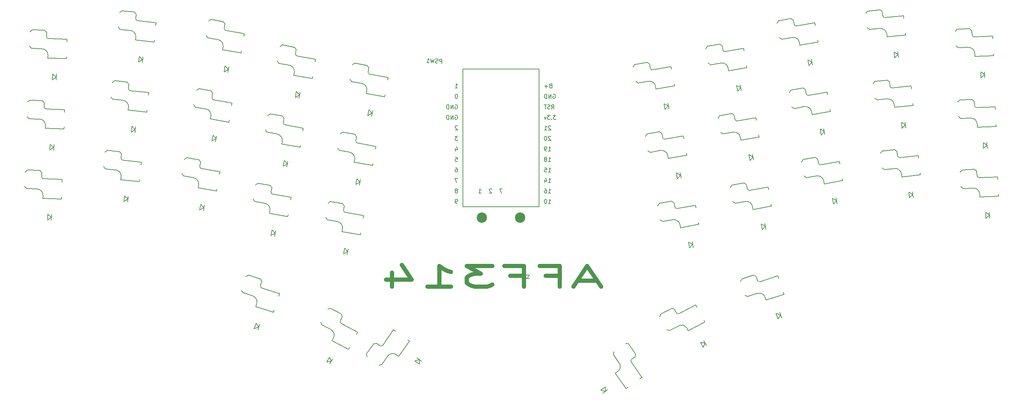
<source format=gbr>
%TF.GenerationSoftware,KiCad,Pcbnew,9.0.7*%
%TF.CreationDate,2026-02-25T20:28:23+01:00*%
%TF.ProjectId,AFF314KEEB,41464633-3134-44b4-9545-422e6b696361,rev?*%
%TF.SameCoordinates,Original*%
%TF.FileFunction,Legend,Bot*%
%TF.FilePolarity,Positive*%
%FSLAX46Y46*%
G04 Gerber Fmt 4.6, Leading zero omitted, Abs format (unit mm)*
G04 Created by KiCad (PCBNEW 9.0.7) date 2026-02-25 20:28:23*
%MOMM*%
%LPD*%
G01*
G04 APERTURE LIST*
%ADD10C,1.000000*%
%ADD11C,0.200000*%
%ADD12C,0.150000*%
%ADD13C,2.500000*%
G04 APERTURE END LIST*
D10*
X172887344Y-110637523D02*
X168125439Y-110637523D01*
X173839725Y-112066095D02*
X170506391Y-107066095D01*
X170506391Y-107066095D02*
X167173058Y-112066095D01*
X160506391Y-109447047D02*
X163839724Y-109447047D01*
X163839724Y-112066095D02*
X163839724Y-107066095D01*
X163839724Y-107066095D02*
X159077819Y-107066095D01*
X151934962Y-109447047D02*
X155268295Y-109447047D01*
X155268295Y-112066095D02*
X155268295Y-107066095D01*
X155268295Y-107066095D02*
X150506390Y-107066095D01*
X147649247Y-107066095D02*
X141458771Y-107066095D01*
X141458771Y-107066095D02*
X144792104Y-108970857D01*
X144792104Y-108970857D02*
X143363533Y-108970857D01*
X143363533Y-108970857D02*
X142411152Y-109208952D01*
X142411152Y-109208952D02*
X141934961Y-109447047D01*
X141934961Y-109447047D02*
X141458771Y-109923238D01*
X141458771Y-109923238D02*
X141458771Y-111113714D01*
X141458771Y-111113714D02*
X141934961Y-111589904D01*
X141934961Y-111589904D02*
X142411152Y-111828000D01*
X142411152Y-111828000D02*
X143363533Y-112066095D01*
X143363533Y-112066095D02*
X146220676Y-112066095D01*
X146220676Y-112066095D02*
X147173057Y-111828000D01*
X147173057Y-111828000D02*
X147649247Y-111589904D01*
X131934961Y-112066095D02*
X137649247Y-112066095D01*
X134792104Y-112066095D02*
X134792104Y-107066095D01*
X134792104Y-107066095D02*
X135744485Y-107780380D01*
X135744485Y-107780380D02*
X136696866Y-108256571D01*
X136696866Y-108256571D02*
X137649247Y-108494666D01*
X123363532Y-108732761D02*
X123363532Y-112066095D01*
X125744484Y-106828000D02*
X128125437Y-110399428D01*
X128125437Y-110399428D02*
X121934960Y-110399428D01*
D11*
X144316350Y-89436682D02*
X144887778Y-89436682D01*
X144602064Y-89436682D02*
X144602064Y-88436682D01*
X144602064Y-88436682D02*
X144697302Y-88579539D01*
X144697302Y-88579539D02*
X144792540Y-88674777D01*
X144792540Y-88674777D02*
X144887778Y-88722396D01*
X139009534Y-88865253D02*
X139104772Y-88817634D01*
X139104772Y-88817634D02*
X139152391Y-88770015D01*
X139152391Y-88770015D02*
X139200010Y-88674777D01*
X139200010Y-88674777D02*
X139200010Y-88627158D01*
X139200010Y-88627158D02*
X139152391Y-88531920D01*
X139152391Y-88531920D02*
X139104772Y-88484301D01*
X139104772Y-88484301D02*
X139009534Y-88436682D01*
X139009534Y-88436682D02*
X138819058Y-88436682D01*
X138819058Y-88436682D02*
X138723820Y-88484301D01*
X138723820Y-88484301D02*
X138676201Y-88531920D01*
X138676201Y-88531920D02*
X138628582Y-88627158D01*
X138628582Y-88627158D02*
X138628582Y-88674777D01*
X138628582Y-88674777D02*
X138676201Y-88770015D01*
X138676201Y-88770015D02*
X138723820Y-88817634D01*
X138723820Y-88817634D02*
X138819058Y-88865253D01*
X138819058Y-88865253D02*
X139009534Y-88865253D01*
X139009534Y-88865253D02*
X139104772Y-88912872D01*
X139104772Y-88912872D02*
X139152391Y-88960491D01*
X139152391Y-88960491D02*
X139200010Y-89055729D01*
X139200010Y-89055729D02*
X139200010Y-89246205D01*
X139200010Y-89246205D02*
X139152391Y-89341443D01*
X139152391Y-89341443D02*
X139104772Y-89389063D01*
X139104772Y-89389063D02*
X139009534Y-89436682D01*
X139009534Y-89436682D02*
X138819058Y-89436682D01*
X138819058Y-89436682D02*
X138723820Y-89389063D01*
X138723820Y-89389063D02*
X138676201Y-89341443D01*
X138676201Y-89341443D02*
X138628582Y-89246205D01*
X138628582Y-89246205D02*
X138628582Y-89055729D01*
X138628582Y-89055729D02*
X138676201Y-88960491D01*
X138676201Y-88960491D02*
X138723820Y-88912872D01*
X138723820Y-88912872D02*
X138819058Y-88865253D01*
X138961915Y-65576682D02*
X138866677Y-65576682D01*
X138866677Y-65576682D02*
X138771439Y-65624301D01*
X138771439Y-65624301D02*
X138723820Y-65671920D01*
X138723820Y-65671920D02*
X138676201Y-65767158D01*
X138676201Y-65767158D02*
X138628582Y-65957634D01*
X138628582Y-65957634D02*
X138628582Y-66195729D01*
X138628582Y-66195729D02*
X138676201Y-66386205D01*
X138676201Y-66386205D02*
X138723820Y-66481443D01*
X138723820Y-66481443D02*
X138771439Y-66529063D01*
X138771439Y-66529063D02*
X138866677Y-66576682D01*
X138866677Y-66576682D02*
X138961915Y-66576682D01*
X138961915Y-66576682D02*
X139057153Y-66529063D01*
X139057153Y-66529063D02*
X139104772Y-66481443D01*
X139104772Y-66481443D02*
X139152391Y-66386205D01*
X139152391Y-66386205D02*
X139200010Y-66195729D01*
X139200010Y-66195729D02*
X139200010Y-65957634D01*
X139200010Y-65957634D02*
X139152391Y-65767158D01*
X139152391Y-65767158D02*
X139104772Y-65671920D01*
X139104772Y-65671920D02*
X139057153Y-65624301D01*
X139057153Y-65624301D02*
X138961915Y-65576682D01*
X138676201Y-80816682D02*
X139152391Y-80816682D01*
X139152391Y-80816682D02*
X139200010Y-81292872D01*
X139200010Y-81292872D02*
X139152391Y-81245253D01*
X139152391Y-81245253D02*
X139057153Y-81197634D01*
X139057153Y-81197634D02*
X138819058Y-81197634D01*
X138819058Y-81197634D02*
X138723820Y-81245253D01*
X138723820Y-81245253D02*
X138676201Y-81292872D01*
X138676201Y-81292872D02*
X138628582Y-81388110D01*
X138628582Y-81388110D02*
X138628582Y-81626205D01*
X138628582Y-81626205D02*
X138676201Y-81721443D01*
X138676201Y-81721443D02*
X138723820Y-81769063D01*
X138723820Y-81769063D02*
X138819058Y-81816682D01*
X138819058Y-81816682D02*
X139057153Y-81816682D01*
X139057153Y-81816682D02*
X139152391Y-81769063D01*
X139152391Y-81769063D02*
X139200010Y-81721443D01*
X162259357Y-65624301D02*
X162354595Y-65576682D01*
X162354595Y-65576682D02*
X162497452Y-65576682D01*
X162497452Y-65576682D02*
X162640309Y-65624301D01*
X162640309Y-65624301D02*
X162735547Y-65719539D01*
X162735547Y-65719539D02*
X162783166Y-65814777D01*
X162783166Y-65814777D02*
X162830785Y-66005253D01*
X162830785Y-66005253D02*
X162830785Y-66148110D01*
X162830785Y-66148110D02*
X162783166Y-66338586D01*
X162783166Y-66338586D02*
X162735547Y-66433824D01*
X162735547Y-66433824D02*
X162640309Y-66529063D01*
X162640309Y-66529063D02*
X162497452Y-66576682D01*
X162497452Y-66576682D02*
X162402214Y-66576682D01*
X162402214Y-66576682D02*
X162259357Y-66529063D01*
X162259357Y-66529063D02*
X162211738Y-66481443D01*
X162211738Y-66481443D02*
X162211738Y-66148110D01*
X162211738Y-66148110D02*
X162402214Y-66148110D01*
X161783166Y-66576682D02*
X161783166Y-65576682D01*
X161783166Y-65576682D02*
X161211738Y-66576682D01*
X161211738Y-66576682D02*
X161211738Y-65576682D01*
X160735547Y-66576682D02*
X160735547Y-65576682D01*
X160735547Y-65576682D02*
X160497452Y-65576682D01*
X160497452Y-65576682D02*
X160354595Y-65624301D01*
X160354595Y-65624301D02*
X160259357Y-65719539D01*
X160259357Y-65719539D02*
X160211738Y-65814777D01*
X160211738Y-65814777D02*
X160164119Y-66005253D01*
X160164119Y-66005253D02*
X160164119Y-66148110D01*
X160164119Y-66148110D02*
X160211738Y-66338586D01*
X160211738Y-66338586D02*
X160259357Y-66433824D01*
X160259357Y-66433824D02*
X160354595Y-66529063D01*
X160354595Y-66529063D02*
X160497452Y-66576682D01*
X160497452Y-66576682D02*
X160735547Y-66576682D01*
X161116500Y-86896682D02*
X161687928Y-86896682D01*
X161402214Y-86896682D02*
X161402214Y-85896682D01*
X161402214Y-85896682D02*
X161497452Y-86039539D01*
X161497452Y-86039539D02*
X161592690Y-86134777D01*
X161592690Y-86134777D02*
X161687928Y-86182396D01*
X160259357Y-86230015D02*
X160259357Y-86896682D01*
X160497452Y-85849063D02*
X160735547Y-86563348D01*
X160735547Y-86563348D02*
X160116500Y-86563348D01*
X150015397Y-88436680D02*
X149348731Y-88436680D01*
X149348731Y-88436680D02*
X149777302Y-89436680D01*
X138628582Y-64036682D02*
X139200010Y-64036682D01*
X138914296Y-64036682D02*
X138914296Y-63036682D01*
X138914296Y-63036682D02*
X139009534Y-63179539D01*
X139009534Y-63179539D02*
X139104772Y-63274777D01*
X139104772Y-63274777D02*
X139200010Y-63322396D01*
X139247629Y-75736682D02*
X138628582Y-75736682D01*
X138628582Y-75736682D02*
X138961915Y-76117634D01*
X138961915Y-76117634D02*
X138819058Y-76117634D01*
X138819058Y-76117634D02*
X138723820Y-76165253D01*
X138723820Y-76165253D02*
X138676201Y-76212872D01*
X138676201Y-76212872D02*
X138628582Y-76308110D01*
X138628582Y-76308110D02*
X138628582Y-76546205D01*
X138628582Y-76546205D02*
X138676201Y-76641443D01*
X138676201Y-76641443D02*
X138723820Y-76689063D01*
X138723820Y-76689063D02*
X138819058Y-76736682D01*
X138819058Y-76736682D02*
X139104772Y-76736682D01*
X139104772Y-76736682D02*
X139200010Y-76689063D01*
X139200010Y-76689063D02*
X139247629Y-76641443D01*
X139247629Y-85896682D02*
X138580963Y-85896682D01*
X138580963Y-85896682D02*
X139009534Y-86896682D01*
X138723820Y-78610015D02*
X138723820Y-79276682D01*
X138961915Y-78229063D02*
X139200010Y-78943348D01*
X139200010Y-78943348D02*
X138580963Y-78943348D01*
X139200010Y-73291920D02*
X139152391Y-73244301D01*
X139152391Y-73244301D02*
X139057153Y-73196682D01*
X139057153Y-73196682D02*
X138819058Y-73196682D01*
X138819058Y-73196682D02*
X138723820Y-73244301D01*
X138723820Y-73244301D02*
X138676201Y-73291920D01*
X138676201Y-73291920D02*
X138628582Y-73387158D01*
X138628582Y-73387158D02*
X138628582Y-73482396D01*
X138628582Y-73482396D02*
X138676201Y-73625253D01*
X138676201Y-73625253D02*
X139247629Y-74196682D01*
X139247629Y-74196682D02*
X138628582Y-74196682D01*
X147427778Y-88531920D02*
X147380159Y-88484301D01*
X147380159Y-88484301D02*
X147284921Y-88436682D01*
X147284921Y-88436682D02*
X147046826Y-88436682D01*
X147046826Y-88436682D02*
X146951588Y-88484301D01*
X146951588Y-88484301D02*
X146903969Y-88531920D01*
X146903969Y-88531920D02*
X146856350Y-88627158D01*
X146856350Y-88627158D02*
X146856350Y-88722396D01*
X146856350Y-88722396D02*
X146903969Y-88865253D01*
X146903969Y-88865253D02*
X147475397Y-89436682D01*
X147475397Y-89436682D02*
X146856350Y-89436682D01*
X161878405Y-69116682D02*
X162211738Y-68640491D01*
X162449833Y-69116682D02*
X162449833Y-68116682D01*
X162449833Y-68116682D02*
X162068881Y-68116682D01*
X162068881Y-68116682D02*
X161973643Y-68164301D01*
X161973643Y-68164301D02*
X161926024Y-68211920D01*
X161926024Y-68211920D02*
X161878405Y-68307158D01*
X161878405Y-68307158D02*
X161878405Y-68450015D01*
X161878405Y-68450015D02*
X161926024Y-68545253D01*
X161926024Y-68545253D02*
X161973643Y-68592872D01*
X161973643Y-68592872D02*
X162068881Y-68640491D01*
X162068881Y-68640491D02*
X162449833Y-68640491D01*
X161497452Y-69069063D02*
X161354595Y-69116682D01*
X161354595Y-69116682D02*
X161116500Y-69116682D01*
X161116500Y-69116682D02*
X161021262Y-69069063D01*
X161021262Y-69069063D02*
X160973643Y-69021443D01*
X160973643Y-69021443D02*
X160926024Y-68926205D01*
X160926024Y-68926205D02*
X160926024Y-68830967D01*
X160926024Y-68830967D02*
X160973643Y-68735729D01*
X160973643Y-68735729D02*
X161021262Y-68688110D01*
X161021262Y-68688110D02*
X161116500Y-68640491D01*
X161116500Y-68640491D02*
X161306976Y-68592872D01*
X161306976Y-68592872D02*
X161402214Y-68545253D01*
X161402214Y-68545253D02*
X161449833Y-68497634D01*
X161449833Y-68497634D02*
X161497452Y-68402396D01*
X161497452Y-68402396D02*
X161497452Y-68307158D01*
X161497452Y-68307158D02*
X161449833Y-68211920D01*
X161449833Y-68211920D02*
X161402214Y-68164301D01*
X161402214Y-68164301D02*
X161306976Y-68116682D01*
X161306976Y-68116682D02*
X161068881Y-68116682D01*
X161068881Y-68116682D02*
X160926024Y-68164301D01*
X160640309Y-68116682D02*
X160068881Y-68116682D01*
X160354595Y-69116682D02*
X160354595Y-68116682D01*
X138628582Y-70704301D02*
X138723820Y-70656682D01*
X138723820Y-70656682D02*
X138866677Y-70656682D01*
X138866677Y-70656682D02*
X139009534Y-70704301D01*
X139009534Y-70704301D02*
X139104772Y-70799539D01*
X139104772Y-70799539D02*
X139152391Y-70894777D01*
X139152391Y-70894777D02*
X139200010Y-71085253D01*
X139200010Y-71085253D02*
X139200010Y-71228110D01*
X139200010Y-71228110D02*
X139152391Y-71418586D01*
X139152391Y-71418586D02*
X139104772Y-71513824D01*
X139104772Y-71513824D02*
X139009534Y-71609063D01*
X139009534Y-71609063D02*
X138866677Y-71656682D01*
X138866677Y-71656682D02*
X138771439Y-71656682D01*
X138771439Y-71656682D02*
X138628582Y-71609063D01*
X138628582Y-71609063D02*
X138580963Y-71561443D01*
X138580963Y-71561443D02*
X138580963Y-71228110D01*
X138580963Y-71228110D02*
X138771439Y-71228110D01*
X138152391Y-71656682D02*
X138152391Y-70656682D01*
X138152391Y-70656682D02*
X137580963Y-71656682D01*
X137580963Y-71656682D02*
X137580963Y-70656682D01*
X137104772Y-71656682D02*
X137104772Y-70656682D01*
X137104772Y-70656682D02*
X136866677Y-70656682D01*
X136866677Y-70656682D02*
X136723820Y-70704301D01*
X136723820Y-70704301D02*
X136628582Y-70799539D01*
X136628582Y-70799539D02*
X136580963Y-70894777D01*
X136580963Y-70894777D02*
X136533344Y-71085253D01*
X136533344Y-71085253D02*
X136533344Y-71228110D01*
X136533344Y-71228110D02*
X136580963Y-71418586D01*
X136580963Y-71418586D02*
X136628582Y-71513824D01*
X136628582Y-71513824D02*
X136723820Y-71609063D01*
X136723820Y-71609063D02*
X136866677Y-71656682D01*
X136866677Y-71656682D02*
X137104772Y-71656682D01*
X161116500Y-79276682D02*
X161687928Y-79276682D01*
X161402214Y-79276682D02*
X161402214Y-78276682D01*
X161402214Y-78276682D02*
X161497452Y-78419539D01*
X161497452Y-78419539D02*
X161592690Y-78514777D01*
X161592690Y-78514777D02*
X161687928Y-78562396D01*
X160640309Y-79276682D02*
X160449833Y-79276682D01*
X160449833Y-79276682D02*
X160354595Y-79229063D01*
X160354595Y-79229063D02*
X160306976Y-79181443D01*
X160306976Y-79181443D02*
X160211738Y-79038586D01*
X160211738Y-79038586D02*
X160164119Y-78848110D01*
X160164119Y-78848110D02*
X160164119Y-78467158D01*
X160164119Y-78467158D02*
X160211738Y-78371920D01*
X160211738Y-78371920D02*
X160259357Y-78324301D01*
X160259357Y-78324301D02*
X160354595Y-78276682D01*
X160354595Y-78276682D02*
X160545071Y-78276682D01*
X160545071Y-78276682D02*
X160640309Y-78324301D01*
X160640309Y-78324301D02*
X160687928Y-78371920D01*
X160687928Y-78371920D02*
X160735547Y-78467158D01*
X160735547Y-78467158D02*
X160735547Y-78705253D01*
X160735547Y-78705253D02*
X160687928Y-78800491D01*
X160687928Y-78800491D02*
X160640309Y-78848110D01*
X160640309Y-78848110D02*
X160545071Y-78895729D01*
X160545071Y-78895729D02*
X160354595Y-78895729D01*
X160354595Y-78895729D02*
X160259357Y-78848110D01*
X160259357Y-78848110D02*
X160211738Y-78800491D01*
X160211738Y-78800491D02*
X160164119Y-78705253D01*
X161640309Y-63512872D02*
X161497452Y-63560491D01*
X161497452Y-63560491D02*
X161449833Y-63608110D01*
X161449833Y-63608110D02*
X161402214Y-63703348D01*
X161402214Y-63703348D02*
X161402214Y-63846205D01*
X161402214Y-63846205D02*
X161449833Y-63941443D01*
X161449833Y-63941443D02*
X161497452Y-63989063D01*
X161497452Y-63989063D02*
X161592690Y-64036682D01*
X161592690Y-64036682D02*
X161973642Y-64036682D01*
X161973642Y-64036682D02*
X161973642Y-63036682D01*
X161973642Y-63036682D02*
X161640309Y-63036682D01*
X161640309Y-63036682D02*
X161545071Y-63084301D01*
X161545071Y-63084301D02*
X161497452Y-63131920D01*
X161497452Y-63131920D02*
X161449833Y-63227158D01*
X161449833Y-63227158D02*
X161449833Y-63322396D01*
X161449833Y-63322396D02*
X161497452Y-63417634D01*
X161497452Y-63417634D02*
X161545071Y-63465253D01*
X161545071Y-63465253D02*
X161640309Y-63512872D01*
X161640309Y-63512872D02*
X161973642Y-63512872D01*
X160973642Y-63655729D02*
X160211738Y-63655729D01*
X160592690Y-64036682D02*
X160592690Y-63274777D01*
X161116500Y-84356682D02*
X161687928Y-84356682D01*
X161402214Y-84356682D02*
X161402214Y-83356682D01*
X161402214Y-83356682D02*
X161497452Y-83499539D01*
X161497452Y-83499539D02*
X161592690Y-83594777D01*
X161592690Y-83594777D02*
X161687928Y-83642396D01*
X160211738Y-83356682D02*
X160687928Y-83356682D01*
X160687928Y-83356682D02*
X160735547Y-83832872D01*
X160735547Y-83832872D02*
X160687928Y-83785253D01*
X160687928Y-83785253D02*
X160592690Y-83737634D01*
X160592690Y-83737634D02*
X160354595Y-83737634D01*
X160354595Y-83737634D02*
X160259357Y-83785253D01*
X160259357Y-83785253D02*
X160211738Y-83832872D01*
X160211738Y-83832872D02*
X160164119Y-83928110D01*
X160164119Y-83928110D02*
X160164119Y-84166205D01*
X160164119Y-84166205D02*
X160211738Y-84261443D01*
X160211738Y-84261443D02*
X160259357Y-84309063D01*
X160259357Y-84309063D02*
X160354595Y-84356682D01*
X160354595Y-84356682D02*
X160592690Y-84356682D01*
X160592690Y-84356682D02*
X160687928Y-84309063D01*
X160687928Y-84309063D02*
X160735547Y-84261443D01*
X138723820Y-83356682D02*
X138914296Y-83356682D01*
X138914296Y-83356682D02*
X139009534Y-83404301D01*
X139009534Y-83404301D02*
X139057153Y-83451920D01*
X139057153Y-83451920D02*
X139152391Y-83594777D01*
X139152391Y-83594777D02*
X139200010Y-83785253D01*
X139200010Y-83785253D02*
X139200010Y-84166205D01*
X139200010Y-84166205D02*
X139152391Y-84261443D01*
X139152391Y-84261443D02*
X139104772Y-84309063D01*
X139104772Y-84309063D02*
X139009534Y-84356682D01*
X139009534Y-84356682D02*
X138819058Y-84356682D01*
X138819058Y-84356682D02*
X138723820Y-84309063D01*
X138723820Y-84309063D02*
X138676201Y-84261443D01*
X138676201Y-84261443D02*
X138628582Y-84166205D01*
X138628582Y-84166205D02*
X138628582Y-83928110D01*
X138628582Y-83928110D02*
X138676201Y-83832872D01*
X138676201Y-83832872D02*
X138723820Y-83785253D01*
X138723820Y-83785253D02*
X138819058Y-83737634D01*
X138819058Y-83737634D02*
X139009534Y-83737634D01*
X139009534Y-83737634D02*
X139104772Y-83785253D01*
X139104772Y-83785253D02*
X139152391Y-83832872D01*
X139152391Y-83832872D02*
X139200010Y-83928110D01*
X161116500Y-81816682D02*
X161687928Y-81816682D01*
X161402214Y-81816682D02*
X161402214Y-80816682D01*
X161402214Y-80816682D02*
X161497452Y-80959539D01*
X161497452Y-80959539D02*
X161592690Y-81054777D01*
X161592690Y-81054777D02*
X161687928Y-81102396D01*
X160545071Y-81245253D02*
X160640309Y-81197634D01*
X160640309Y-81197634D02*
X160687928Y-81150015D01*
X160687928Y-81150015D02*
X160735547Y-81054777D01*
X160735547Y-81054777D02*
X160735547Y-81007158D01*
X160735547Y-81007158D02*
X160687928Y-80911920D01*
X160687928Y-80911920D02*
X160640309Y-80864301D01*
X160640309Y-80864301D02*
X160545071Y-80816682D01*
X160545071Y-80816682D02*
X160354595Y-80816682D01*
X160354595Y-80816682D02*
X160259357Y-80864301D01*
X160259357Y-80864301D02*
X160211738Y-80911920D01*
X160211738Y-80911920D02*
X160164119Y-81007158D01*
X160164119Y-81007158D02*
X160164119Y-81054777D01*
X160164119Y-81054777D02*
X160211738Y-81150015D01*
X160211738Y-81150015D02*
X160259357Y-81197634D01*
X160259357Y-81197634D02*
X160354595Y-81245253D01*
X160354595Y-81245253D02*
X160545071Y-81245253D01*
X160545071Y-81245253D02*
X160640309Y-81292872D01*
X160640309Y-81292872D02*
X160687928Y-81340491D01*
X160687928Y-81340491D02*
X160735547Y-81435729D01*
X160735547Y-81435729D02*
X160735547Y-81626205D01*
X160735547Y-81626205D02*
X160687928Y-81721443D01*
X160687928Y-81721443D02*
X160640309Y-81769063D01*
X160640309Y-81769063D02*
X160545071Y-81816682D01*
X160545071Y-81816682D02*
X160354595Y-81816682D01*
X160354595Y-81816682D02*
X160259357Y-81769063D01*
X160259357Y-81769063D02*
X160211738Y-81721443D01*
X160211738Y-81721443D02*
X160164119Y-81626205D01*
X160164119Y-81626205D02*
X160164119Y-81435729D01*
X160164119Y-81435729D02*
X160211738Y-81340491D01*
X160211738Y-81340491D02*
X160259357Y-81292872D01*
X160259357Y-81292872D02*
X160354595Y-81245253D01*
X161116500Y-91976682D02*
X161687928Y-91976682D01*
X161402214Y-91976682D02*
X161402214Y-90976682D01*
X161402214Y-90976682D02*
X161497452Y-91119539D01*
X161497452Y-91119539D02*
X161592690Y-91214777D01*
X161592690Y-91214777D02*
X161687928Y-91262396D01*
X160497452Y-90976682D02*
X160402214Y-90976682D01*
X160402214Y-90976682D02*
X160306976Y-91024301D01*
X160306976Y-91024301D02*
X160259357Y-91071920D01*
X160259357Y-91071920D02*
X160211738Y-91167158D01*
X160211738Y-91167158D02*
X160164119Y-91357634D01*
X160164119Y-91357634D02*
X160164119Y-91595729D01*
X160164119Y-91595729D02*
X160211738Y-91786205D01*
X160211738Y-91786205D02*
X160259357Y-91881443D01*
X160259357Y-91881443D02*
X160306976Y-91929063D01*
X160306976Y-91929063D02*
X160402214Y-91976682D01*
X160402214Y-91976682D02*
X160497452Y-91976682D01*
X160497452Y-91976682D02*
X160592690Y-91929063D01*
X160592690Y-91929063D02*
X160640309Y-91881443D01*
X160640309Y-91881443D02*
X160687928Y-91786205D01*
X160687928Y-91786205D02*
X160735547Y-91595729D01*
X160735547Y-91595729D02*
X160735547Y-91357634D01*
X160735547Y-91357634D02*
X160687928Y-91167158D01*
X160687928Y-91167158D02*
X160640309Y-91071920D01*
X160640309Y-91071920D02*
X160592690Y-91024301D01*
X160592690Y-91024301D02*
X160497452Y-90976682D01*
X161116500Y-89436682D02*
X161687928Y-89436682D01*
X161402214Y-89436682D02*
X161402214Y-88436682D01*
X161402214Y-88436682D02*
X161497452Y-88579539D01*
X161497452Y-88579539D02*
X161592690Y-88674777D01*
X161592690Y-88674777D02*
X161687928Y-88722396D01*
X160259357Y-88436682D02*
X160449833Y-88436682D01*
X160449833Y-88436682D02*
X160545071Y-88484301D01*
X160545071Y-88484301D02*
X160592690Y-88531920D01*
X160592690Y-88531920D02*
X160687928Y-88674777D01*
X160687928Y-88674777D02*
X160735547Y-88865253D01*
X160735547Y-88865253D02*
X160735547Y-89246205D01*
X160735547Y-89246205D02*
X160687928Y-89341443D01*
X160687928Y-89341443D02*
X160640309Y-89389063D01*
X160640309Y-89389063D02*
X160545071Y-89436682D01*
X160545071Y-89436682D02*
X160354595Y-89436682D01*
X160354595Y-89436682D02*
X160259357Y-89389063D01*
X160259357Y-89389063D02*
X160211738Y-89341443D01*
X160211738Y-89341443D02*
X160164119Y-89246205D01*
X160164119Y-89246205D02*
X160164119Y-89008110D01*
X160164119Y-89008110D02*
X160211738Y-88912872D01*
X160211738Y-88912872D02*
X160259357Y-88865253D01*
X160259357Y-88865253D02*
X160354595Y-88817634D01*
X160354595Y-88817634D02*
X160545071Y-88817634D01*
X160545071Y-88817634D02*
X160640309Y-88865253D01*
X160640309Y-88865253D02*
X160687928Y-88912872D01*
X160687928Y-88912872D02*
X160735547Y-89008110D01*
X138628582Y-68164301D02*
X138723820Y-68116682D01*
X138723820Y-68116682D02*
X138866677Y-68116682D01*
X138866677Y-68116682D02*
X139009534Y-68164301D01*
X139009534Y-68164301D02*
X139104772Y-68259539D01*
X139104772Y-68259539D02*
X139152391Y-68354777D01*
X139152391Y-68354777D02*
X139200010Y-68545253D01*
X139200010Y-68545253D02*
X139200010Y-68688110D01*
X139200010Y-68688110D02*
X139152391Y-68878586D01*
X139152391Y-68878586D02*
X139104772Y-68973824D01*
X139104772Y-68973824D02*
X139009534Y-69069063D01*
X139009534Y-69069063D02*
X138866677Y-69116682D01*
X138866677Y-69116682D02*
X138771439Y-69116682D01*
X138771439Y-69116682D02*
X138628582Y-69069063D01*
X138628582Y-69069063D02*
X138580963Y-69021443D01*
X138580963Y-69021443D02*
X138580963Y-68688110D01*
X138580963Y-68688110D02*
X138771439Y-68688110D01*
X138152391Y-69116682D02*
X138152391Y-68116682D01*
X138152391Y-68116682D02*
X137580963Y-69116682D01*
X137580963Y-69116682D02*
X137580963Y-68116682D01*
X137104772Y-69116682D02*
X137104772Y-68116682D01*
X137104772Y-68116682D02*
X136866677Y-68116682D01*
X136866677Y-68116682D02*
X136723820Y-68164301D01*
X136723820Y-68164301D02*
X136628582Y-68259539D01*
X136628582Y-68259539D02*
X136580963Y-68354777D01*
X136580963Y-68354777D02*
X136533344Y-68545253D01*
X136533344Y-68545253D02*
X136533344Y-68688110D01*
X136533344Y-68688110D02*
X136580963Y-68878586D01*
X136580963Y-68878586D02*
X136628582Y-68973824D01*
X136628582Y-68973824D02*
X136723820Y-69069063D01*
X136723820Y-69069063D02*
X136866677Y-69116682D01*
X136866677Y-69116682D02*
X137104772Y-69116682D01*
X139104772Y-91976682D02*
X138914296Y-91976682D01*
X138914296Y-91976682D02*
X138819058Y-91929063D01*
X138819058Y-91929063D02*
X138771439Y-91881443D01*
X138771439Y-91881443D02*
X138676201Y-91738586D01*
X138676201Y-91738586D02*
X138628582Y-91548110D01*
X138628582Y-91548110D02*
X138628582Y-91167158D01*
X138628582Y-91167158D02*
X138676201Y-91071920D01*
X138676201Y-91071920D02*
X138723820Y-91024301D01*
X138723820Y-91024301D02*
X138819058Y-90976682D01*
X138819058Y-90976682D02*
X139009534Y-90976682D01*
X139009534Y-90976682D02*
X139104772Y-91024301D01*
X139104772Y-91024301D02*
X139152391Y-91071920D01*
X139152391Y-91071920D02*
X139200010Y-91167158D01*
X139200010Y-91167158D02*
X139200010Y-91405253D01*
X139200010Y-91405253D02*
X139152391Y-91500491D01*
X139152391Y-91500491D02*
X139104772Y-91548110D01*
X139104772Y-91548110D02*
X139009534Y-91595729D01*
X139009534Y-91595729D02*
X138819058Y-91595729D01*
X138819058Y-91595729D02*
X138723820Y-91548110D01*
X138723820Y-91548110D02*
X138676201Y-91500491D01*
X138676201Y-91500491D02*
X138628582Y-91405253D01*
X161687928Y-75831920D02*
X161640309Y-75784301D01*
X161640309Y-75784301D02*
X161545071Y-75736682D01*
X161545071Y-75736682D02*
X161306976Y-75736682D01*
X161306976Y-75736682D02*
X161211738Y-75784301D01*
X161211738Y-75784301D02*
X161164119Y-75831920D01*
X161164119Y-75831920D02*
X161116500Y-75927158D01*
X161116500Y-75927158D02*
X161116500Y-76022396D01*
X161116500Y-76022396D02*
X161164119Y-76165253D01*
X161164119Y-76165253D02*
X161735547Y-76736682D01*
X161735547Y-76736682D02*
X161116500Y-76736682D01*
X160497452Y-75736682D02*
X160402214Y-75736682D01*
X160402214Y-75736682D02*
X160306976Y-75784301D01*
X160306976Y-75784301D02*
X160259357Y-75831920D01*
X160259357Y-75831920D02*
X160211738Y-75927158D01*
X160211738Y-75927158D02*
X160164119Y-76117634D01*
X160164119Y-76117634D02*
X160164119Y-76355729D01*
X160164119Y-76355729D02*
X160211738Y-76546205D01*
X160211738Y-76546205D02*
X160259357Y-76641443D01*
X160259357Y-76641443D02*
X160306976Y-76689063D01*
X160306976Y-76689063D02*
X160402214Y-76736682D01*
X160402214Y-76736682D02*
X160497452Y-76736682D01*
X160497452Y-76736682D02*
X160592690Y-76689063D01*
X160592690Y-76689063D02*
X160640309Y-76641443D01*
X160640309Y-76641443D02*
X160687928Y-76546205D01*
X160687928Y-76546205D02*
X160735547Y-76355729D01*
X160735547Y-76355729D02*
X160735547Y-76117634D01*
X160735547Y-76117634D02*
X160687928Y-75927158D01*
X160687928Y-75927158D02*
X160640309Y-75831920D01*
X160640309Y-75831920D02*
X160592690Y-75784301D01*
X160592690Y-75784301D02*
X160497452Y-75736682D01*
X161687928Y-73291920D02*
X161640309Y-73244301D01*
X161640309Y-73244301D02*
X161545071Y-73196682D01*
X161545071Y-73196682D02*
X161306976Y-73196682D01*
X161306976Y-73196682D02*
X161211738Y-73244301D01*
X161211738Y-73244301D02*
X161164119Y-73291920D01*
X161164119Y-73291920D02*
X161116500Y-73387158D01*
X161116500Y-73387158D02*
X161116500Y-73482396D01*
X161116500Y-73482396D02*
X161164119Y-73625253D01*
X161164119Y-73625253D02*
X161735547Y-74196682D01*
X161735547Y-74196682D02*
X161116500Y-74196682D01*
X160164119Y-74196682D02*
X160735547Y-74196682D01*
X160449833Y-74196682D02*
X160449833Y-73196682D01*
X160449833Y-73196682D02*
X160545071Y-73339539D01*
X160545071Y-73339539D02*
X160640309Y-73434777D01*
X160640309Y-73434777D02*
X160735547Y-73482396D01*
X162973642Y-70656682D02*
X162354595Y-70656682D01*
X162354595Y-70656682D02*
X162687928Y-71037634D01*
X162687928Y-71037634D02*
X162545071Y-71037634D01*
X162545071Y-71037634D02*
X162449833Y-71085253D01*
X162449833Y-71085253D02*
X162402214Y-71132872D01*
X162402214Y-71132872D02*
X162354595Y-71228110D01*
X162354595Y-71228110D02*
X162354595Y-71466205D01*
X162354595Y-71466205D02*
X162402214Y-71561443D01*
X162402214Y-71561443D02*
X162449833Y-71609063D01*
X162449833Y-71609063D02*
X162545071Y-71656682D01*
X162545071Y-71656682D02*
X162830785Y-71656682D01*
X162830785Y-71656682D02*
X162926023Y-71609063D01*
X162926023Y-71609063D02*
X162973642Y-71561443D01*
X161926023Y-71561443D02*
X161878404Y-71609063D01*
X161878404Y-71609063D02*
X161926023Y-71656682D01*
X161926023Y-71656682D02*
X161973642Y-71609063D01*
X161973642Y-71609063D02*
X161926023Y-71561443D01*
X161926023Y-71561443D02*
X161926023Y-71656682D01*
X161545071Y-70656682D02*
X160926024Y-70656682D01*
X160926024Y-70656682D02*
X161259357Y-71037634D01*
X161259357Y-71037634D02*
X161116500Y-71037634D01*
X161116500Y-71037634D02*
X161021262Y-71085253D01*
X161021262Y-71085253D02*
X160973643Y-71132872D01*
X160973643Y-71132872D02*
X160926024Y-71228110D01*
X160926024Y-71228110D02*
X160926024Y-71466205D01*
X160926024Y-71466205D02*
X160973643Y-71561443D01*
X160973643Y-71561443D02*
X161021262Y-71609063D01*
X161021262Y-71609063D02*
X161116500Y-71656682D01*
X161116500Y-71656682D02*
X161402214Y-71656682D01*
X161402214Y-71656682D02*
X161497452Y-71609063D01*
X161497452Y-71609063D02*
X161545071Y-71561443D01*
X160592690Y-70990015D02*
X160354595Y-71656682D01*
X160354595Y-71656682D02*
X160116500Y-70990015D01*
D12*
X135392397Y-58117331D02*
X135444733Y-57118702D01*
X135444733Y-57118702D02*
X135064302Y-57098764D01*
X135064302Y-57098764D02*
X134966703Y-57141334D01*
X134966703Y-57141334D02*
X134916657Y-57186395D01*
X134916657Y-57186395D02*
X134864118Y-57279011D01*
X134864118Y-57279011D02*
X134856642Y-57421672D01*
X134856642Y-57421672D02*
X134899211Y-57519272D01*
X134899211Y-57519272D02*
X134944273Y-57569318D01*
X134944273Y-57569318D02*
X135036888Y-57621856D01*
X135036888Y-57621856D02*
X135417318Y-57641793D01*
X134443813Y-58019934D02*
X134298660Y-58060011D01*
X134298660Y-58060011D02*
X134060891Y-58047550D01*
X134060891Y-58047550D02*
X133968275Y-57995012D01*
X133968275Y-57995012D02*
X133923214Y-57944966D01*
X133923214Y-57944966D02*
X133880644Y-57847366D01*
X133880644Y-57847366D02*
X133885629Y-57752259D01*
X133885629Y-57752259D02*
X133938167Y-57659643D01*
X133938167Y-57659643D02*
X133988213Y-57614582D01*
X133988213Y-57614582D02*
X134085812Y-57572012D01*
X134085812Y-57572012D02*
X134278520Y-57534427D01*
X134278520Y-57534427D02*
X134376120Y-57491858D01*
X134376120Y-57491858D02*
X134426166Y-57446796D01*
X134426166Y-57446796D02*
X134478704Y-57354181D01*
X134478704Y-57354181D02*
X134483688Y-57259073D01*
X134483688Y-57259073D02*
X134441119Y-57161473D01*
X134441119Y-57161473D02*
X134396057Y-57111427D01*
X134396057Y-57111427D02*
X134303442Y-57058889D01*
X134303442Y-57058889D02*
X134065673Y-57046428D01*
X134065673Y-57046428D02*
X133920519Y-57086505D01*
X133590135Y-57021506D02*
X133300030Y-58007675D01*
X133300030Y-58007675D02*
X133147198Y-57284399D01*
X133147198Y-57284399D02*
X132919600Y-57987737D01*
X132919600Y-57987737D02*
X132734167Y-56976647D01*
X131778309Y-57927925D02*
X132348954Y-57957831D01*
X132063632Y-57942878D02*
X132115968Y-56944249D01*
X132115968Y-56944249D02*
X132203599Y-57091894D01*
X132203599Y-57091894D02*
X132293722Y-57191986D01*
X132293722Y-57191986D02*
X132386337Y-57244524D01*
D11*
%TO.C,U1*%
X158832065Y-59494463D02*
X158832065Y-92794463D01*
X140532065Y-59494463D02*
X158832065Y-59494463D01*
X140532065Y-59494463D02*
X140532065Y-92794463D01*
X140532065Y-92794463D02*
X158832065Y-92794463D01*
D12*
%TO.C,SWL4*%
X100521311Y-56363205D02*
G75*
G02*
X100115731Y-55783977I86824J492404D01*
G01*
X98609979Y-58564752D02*
G75*
G02*
X99826719Y-60302436I-260472J-1477212D01*
G01*
X104952946Y-57144622D02*
X100521311Y-56363205D01*
X104848757Y-57735507D02*
X104952946Y-57144622D01*
X104136802Y-61773219D02*
X104223624Y-61280815D01*
X100115731Y-55783977D02*
X100289379Y-54799170D01*
X99883800Y-54219942D02*
X100289379Y-54799170D01*
X99826718Y-60302436D02*
X99705165Y-60991802D01*
X99705165Y-60991802D02*
X104136802Y-61773219D01*
X96929376Y-53698997D02*
X99883800Y-54219942D01*
X96350148Y-54104577D02*
X96929376Y-53698997D01*
X96147960Y-58130632D02*
X98609979Y-58564752D01*
X95742380Y-57551404D02*
X96147960Y-58130632D01*
%TO.C,SWL2*%
X62011132Y-47831121D02*
G75*
G02*
X61566135Y-47281596I52264J497261D01*
G01*
X60258028Y-50160633D02*
G75*
G02*
X61593019Y-51809209I-156792J-1491783D01*
G01*
X66486481Y-48301498D02*
X62011132Y-47831121D01*
X66423764Y-48898213D02*
X66486481Y-48301498D01*
X65995197Y-52975752D02*
X66047461Y-52478491D01*
X61593018Y-51809209D02*
X61519848Y-52505374D01*
X61566135Y-47281596D02*
X61670664Y-46287074D01*
X61519848Y-52505374D02*
X65995197Y-52975752D01*
X61225667Y-45737549D02*
X61670664Y-46287074D01*
X58242102Y-45423964D02*
X61225667Y-45737549D01*
X57771723Y-49899312D02*
X60258028Y-50160633D01*
X57692576Y-45868960D02*
X58242102Y-45423964D01*
X57326727Y-49349787D02*
X57771723Y-49899312D01*
%TO.C,SWL26*%
X219232700Y-65179676D02*
X219638279Y-64600448D01*
X219638279Y-64600448D02*
X222592703Y-64079503D01*
X219840468Y-68626503D02*
X220419696Y-69032083D01*
X220419696Y-69032083D02*
X222881715Y-68597962D01*
X222592703Y-64079503D02*
X223171931Y-64485083D01*
X223345579Y-65469891D02*
X223171931Y-64485083D01*
X224619399Y-69814701D02*
X224740953Y-70504067D01*
X224740953Y-70504067D02*
X229172588Y-69722650D01*
X228356442Y-65094054D02*
X223924807Y-65875470D01*
X228460630Y-65684938D02*
X228356442Y-65094054D01*
X229172588Y-69722650D02*
X229085764Y-69230246D01*
X222881715Y-68597962D02*
G75*
G02*
X224619400Y-69814701I260473J-1477212D01*
G01*
X223924807Y-65875470D02*
G75*
G02*
X223345580Y-65469891I-86824J492403D01*
G01*
%TO.C,SWL35*%
X188010615Y-119404959D02*
X188217353Y-118728749D01*
X188217353Y-118728749D02*
X190866196Y-117320334D01*
X189653765Y-122495275D02*
X190329975Y-122702013D01*
X190329975Y-122702013D02*
X192537344Y-121528334D01*
X190866196Y-117320334D02*
X191542405Y-117527072D01*
X192011877Y-118410020D02*
X191542405Y-117527072D01*
X194565973Y-122148548D02*
X194894603Y-122766612D01*
X194894603Y-122766612D02*
X198867867Y-120653990D01*
X196661350Y-116504136D02*
X192688086Y-118616758D01*
X196943033Y-117033905D02*
X196661350Y-116504136D01*
X198867867Y-120653990D02*
X198633131Y-120212516D01*
X192537344Y-121528334D02*
G75*
G02*
X194565973Y-122148548I704207J-1324422D01*
G01*
X192688086Y-118616758D02*
G75*
G02*
X192011877Y-118410020I-234735J441474D01*
G01*
%TO.C,SWL31*%
X222184719Y-81921408D02*
X222590298Y-81342180D01*
X222590298Y-81342180D02*
X225544722Y-80821235D01*
X222792487Y-85368235D02*
X223371715Y-85773815D01*
X223371715Y-85773815D02*
X225833734Y-85339694D01*
X225544722Y-80821235D02*
X226123950Y-81226815D01*
X226297598Y-82211623D02*
X226123950Y-81226815D01*
X227571418Y-86556433D02*
X227692972Y-87245799D01*
X227692972Y-87245799D02*
X232124607Y-86464382D01*
X231308461Y-81835786D02*
X226876826Y-82617202D01*
X231412649Y-82426670D02*
X231308461Y-81835786D01*
X232124607Y-86464382D02*
X232037783Y-85971978D01*
X225833734Y-85339694D02*
G75*
G02*
X227571419Y-86556433I260473J-1477212D01*
G01*
X226876826Y-82617202D02*
G75*
G02*
X226297599Y-82211623I-86824J492403D01*
G01*
%TO.C,SWL10*%
X110308523Y-78600572D02*
X110714103Y-79179800D01*
X110714103Y-79179800D02*
X113176122Y-79613920D01*
X110916291Y-75153745D02*
X111495519Y-74748165D01*
X111495519Y-74748165D02*
X114449943Y-75269110D01*
X114271308Y-82040970D02*
X118702945Y-82822387D01*
X114392861Y-81351604D02*
X114271308Y-82040970D01*
X114449943Y-75269110D02*
X114855522Y-75848338D01*
X114681874Y-76833145D02*
X114855522Y-75848338D01*
X118702945Y-82822387D02*
X118789767Y-82329983D01*
X119414900Y-78784675D02*
X119519089Y-78193790D01*
X119519089Y-78193790D02*
X115087454Y-77412373D01*
X113176122Y-79613920D02*
G75*
G02*
X114392862Y-81351604I-260472J-1477212D01*
G01*
X115087454Y-77412373D02*
G75*
G02*
X114681874Y-76833145I86824J492404D01*
G01*
%TO.C,SWL36*%
X207452441Y-110837754D02*
X207773461Y-110207717D01*
X207773461Y-110207717D02*
X210626630Y-109280666D01*
X208534001Y-114166452D02*
X209164037Y-114487471D01*
X209164037Y-114487471D02*
X211541679Y-113714929D01*
X210626630Y-109280666D02*
X211256667Y-109601686D01*
X211565684Y-110552742D02*
X211256667Y-109601686D01*
X213431789Y-114677988D02*
X213648101Y-115343728D01*
X213648101Y-115343728D02*
X217927855Y-113953151D01*
X216475475Y-109483186D02*
X212195721Y-110873762D01*
X216660884Y-110053820D02*
X216475475Y-109483186D01*
X217927855Y-113953151D02*
X217773347Y-113477623D01*
X211541679Y-113714929D02*
G75*
G02*
X213431789Y-114677988I463525J-1426585D01*
G01*
X212195721Y-110873762D02*
G75*
G02*
X211565684Y-110552742I-154509J475528D01*
G01*
%TO.C,SWL23*%
X259298869Y-50390938D02*
X259781115Y-49873792D01*
X259421017Y-53888806D02*
X259938163Y-54371051D01*
X259781115Y-49873792D02*
X262779287Y-49769094D01*
X259938163Y-54371051D02*
X262436640Y-54283802D01*
X262779287Y-49769094D02*
X263296433Y-50251340D01*
X263331332Y-51250730D02*
X263296433Y-50251340D01*
X263988075Y-55730539D02*
X264012505Y-56430113D01*
X264012505Y-56430113D02*
X268509764Y-56273065D01*
X268345736Y-51575928D02*
X263848477Y-51732976D01*
X268366676Y-52175563D02*
X268345736Y-51575928D01*
X268509764Y-56273065D02*
X268492314Y-55773370D01*
X262436640Y-54283802D02*
G75*
G02*
X263988076Y-55730539I52349J-1499087D01*
G01*
X263848477Y-51732976D02*
G75*
G02*
X263331332Y-51250730I-17450J499695D01*
G01*
%TO.C,SWL1*%
X35960294Y-53994648D02*
X36442540Y-54511793D01*
X36082442Y-50496780D02*
X36599588Y-50014534D01*
X36442540Y-54511793D02*
X38941017Y-54599041D01*
X36599588Y-50014534D02*
X39597760Y-50119232D01*
X39597760Y-50119232D02*
X40080006Y-50636378D01*
X40045106Y-51635768D02*
X40080006Y-50636378D01*
X40363324Y-56850053D02*
X44860583Y-57007098D01*
X40387754Y-56150477D02*
X40363324Y-56850053D01*
X44860583Y-57007098D02*
X44878033Y-56507403D01*
X45003671Y-52909596D02*
X45024611Y-52309961D01*
X45024611Y-52309961D02*
X40527352Y-52152914D01*
X38941017Y-54599041D02*
G75*
G02*
X40387755Y-56150477I-52349J-1499087D01*
G01*
X40527352Y-52152914D02*
G75*
G02*
X40045106Y-51635768I17450J499696D01*
G01*
%TO.C,SWL3*%
X78554150Y-51372832D02*
X78959730Y-51952060D01*
X78959730Y-51952060D02*
X81421749Y-52386180D01*
X79161918Y-47926005D02*
X79741146Y-47520425D01*
X79741146Y-47520425D02*
X82695570Y-48041370D01*
X82516935Y-54813230D02*
X86948572Y-55594647D01*
X82638488Y-54123864D02*
X82516935Y-54813230D01*
X82695570Y-48041370D02*
X83101149Y-48620598D01*
X82927501Y-49605405D02*
X83101149Y-48620598D01*
X86948572Y-55594647D02*
X87035394Y-55102243D01*
X87660527Y-51556935D02*
X87764716Y-50966050D01*
X87764716Y-50966050D02*
X83333081Y-50184633D01*
X81421749Y-52386180D02*
G75*
G02*
X82638489Y-54123864I-260472J-1477212D01*
G01*
X83333081Y-50184633D02*
G75*
G02*
X82927501Y-49605405I86824J492404D01*
G01*
%TO.C,SWL27*%
X239495183Y-63061333D02*
X239940180Y-62511808D01*
X239861033Y-66542160D02*
X240410558Y-66987157D01*
X239940180Y-62511808D02*
X242923745Y-62198223D01*
X240410558Y-66987157D02*
X242896863Y-66725840D01*
X242923745Y-62198223D02*
X243473271Y-62643219D01*
X243577799Y-63637741D02*
X243473271Y-62643219D01*
X244545438Y-68060826D02*
X244618608Y-68756991D01*
X244618608Y-68756991D02*
X249093957Y-68286613D01*
X248602673Y-63612360D02*
X244127324Y-64082738D01*
X248665390Y-64209073D02*
X248602673Y-63612360D01*
X249093957Y-68286613D02*
X249041692Y-67789352D01*
X242896863Y-66725840D02*
G75*
G02*
X244545438Y-68060826I156798J-1491776D01*
G01*
X244127324Y-64082738D02*
G75*
G02*
X243577799Y-63637741I-52264J497261D01*
G01*
%TO.C,SWL21*%
X216280681Y-48437944D02*
X216686260Y-47858716D01*
X216686260Y-47858716D02*
X219640684Y-47337771D01*
X216888449Y-51884771D02*
X217467677Y-52290351D01*
X217467677Y-52290351D02*
X219929696Y-51856230D01*
X219640684Y-47337771D02*
X220219912Y-47743351D01*
X220393560Y-48728159D02*
X220219912Y-47743351D01*
X221667380Y-53072969D02*
X221788934Y-53762335D01*
X221788934Y-53762335D02*
X226220569Y-52980918D01*
X225404423Y-48352322D02*
X220972788Y-49133738D01*
X225508611Y-48943206D02*
X225404423Y-48352322D01*
X226220569Y-52980918D02*
X226133745Y-52488514D01*
X219929696Y-51856230D02*
G75*
G02*
X221667381Y-53072969I260473J-1477212D01*
G01*
X220972788Y-49133738D02*
G75*
G02*
X220393561Y-48728159I-86824J492403D01*
G01*
%TO.C,SWL28*%
X259895652Y-67480520D02*
X260377898Y-66963374D01*
X260017800Y-70978388D02*
X260534946Y-71460633D01*
X260377898Y-66963374D02*
X263376070Y-66858676D01*
X260534946Y-71460633D02*
X263033423Y-71373384D01*
X263376070Y-66858676D02*
X263893216Y-67340922D01*
X263928115Y-68340312D02*
X263893216Y-67340922D01*
X264584858Y-72820121D02*
X264609288Y-73519695D01*
X264609288Y-73519695D02*
X269106547Y-73362647D01*
X268942519Y-68665510D02*
X264445260Y-68822558D01*
X268963459Y-69265145D02*
X268942519Y-68665510D01*
X269106547Y-73362647D02*
X269089097Y-72862952D01*
X263033423Y-71373384D02*
G75*
G02*
X264584859Y-72820121I52349J-1499087D01*
G01*
X264445260Y-68822558D02*
G75*
G02*
X263928115Y-68340312I-17450J499695D01*
G01*
%TO.C,SWL7*%
X55549743Y-66256659D02*
X55994739Y-66806184D01*
X55915592Y-62775832D02*
X56465118Y-62330836D01*
X55994739Y-66806184D02*
X58481044Y-67067505D01*
X56465118Y-62330836D02*
X59448683Y-62644421D01*
X59448683Y-62644421D02*
X59893680Y-63193946D01*
X59742864Y-69412246D02*
X64218213Y-69882624D01*
X59789151Y-64188468D02*
X59893680Y-63193946D01*
X59816034Y-68716081D02*
X59742864Y-69412246D01*
X64218213Y-69882624D02*
X64270477Y-69385363D01*
X64646780Y-65805085D02*
X64709497Y-65208370D01*
X64709497Y-65208370D02*
X60234148Y-64737993D01*
X58481044Y-67067505D02*
G75*
G02*
X59816035Y-68716081I-156792J-1491783D01*
G01*
X60234148Y-64737993D02*
G75*
G02*
X59789151Y-64188468I52264J497261D01*
G01*
%TO.C,SWL25*%
X202044470Y-71358247D02*
X202450049Y-70779019D01*
X202450049Y-70779019D02*
X205404473Y-70258074D01*
X202652238Y-74805074D02*
X203231466Y-75210654D01*
X203231466Y-75210654D02*
X205693485Y-74776533D01*
X205404473Y-70258074D02*
X205983701Y-70663654D01*
X206157349Y-71648462D02*
X205983701Y-70663654D01*
X207431169Y-75993272D02*
X207552723Y-76682638D01*
X207552723Y-76682638D02*
X211984358Y-75901221D01*
X211168212Y-71272625D02*
X206736577Y-72054041D01*
X211272400Y-71863509D02*
X211168212Y-71272625D01*
X211984358Y-75901221D02*
X211897534Y-75408817D01*
X205693485Y-74776533D02*
G75*
G02*
X207431170Y-75993272I260473J-1477212D01*
G01*
X206736577Y-72054041D02*
G75*
G02*
X206157350Y-71648462I-86824J492403D01*
G01*
%TO.C,SWL20*%
X199092451Y-54616516D02*
X199498030Y-54037288D01*
X199498030Y-54037288D02*
X202452454Y-53516343D01*
X199700219Y-58063343D02*
X200279447Y-58468923D01*
X200279447Y-58468923D02*
X202741466Y-58034802D01*
X202452454Y-53516343D02*
X203031682Y-53921923D01*
X203205330Y-54906731D02*
X203031682Y-53921923D01*
X204479150Y-59251541D02*
X204600704Y-59940907D01*
X204600704Y-59940907D02*
X209032339Y-59159490D01*
X208216193Y-54530894D02*
X203784558Y-55312310D01*
X208320381Y-55121778D02*
X208216193Y-54530894D01*
X209032339Y-59159490D02*
X208945515Y-58667086D01*
X202741466Y-58034802D02*
G75*
G02*
X204479151Y-59251541I260473J-1477212D01*
G01*
X203784558Y-55312310D02*
G75*
G02*
X203205331Y-54906731I-86824J492403D01*
G01*
%TO.C,SWL24*%
X184543673Y-75764165D02*
X184949252Y-75184937D01*
X184949252Y-75184937D02*
X187903676Y-74663992D01*
X185151441Y-79210992D02*
X185730669Y-79616572D01*
X185730669Y-79616572D02*
X188192688Y-79182451D01*
X187903676Y-74663992D02*
X188482904Y-75069572D01*
X188656552Y-76054380D02*
X188482904Y-75069572D01*
X189930372Y-80399190D02*
X190051926Y-81088556D01*
X190051926Y-81088556D02*
X194483561Y-80307139D01*
X193667415Y-75678543D02*
X189235780Y-76459959D01*
X193771603Y-76269427D02*
X193667415Y-75678543D01*
X194483561Y-80307139D02*
X194396737Y-79814735D01*
X188192688Y-79182451D02*
G75*
G02*
X189930373Y-80399190I260473J-1477212D01*
G01*
X189235780Y-76459959D02*
G75*
G02*
X188656553Y-76054380I-86824J492403D01*
G01*
%TO.C,SWL19*%
X181591654Y-59022433D02*
X181997233Y-58443205D01*
X181997233Y-58443205D02*
X184951657Y-57922260D01*
X182199422Y-62469260D02*
X182778650Y-62874840D01*
X182778650Y-62874840D02*
X185240669Y-62440719D01*
X184951657Y-57922260D02*
X185530885Y-58327840D01*
X185704533Y-59312648D02*
X185530885Y-58327840D01*
X186978353Y-63657458D02*
X187099907Y-64346824D01*
X187099907Y-64346824D02*
X191531542Y-63565407D01*
X190715396Y-58936811D02*
X186283761Y-59718227D01*
X190819584Y-59527695D02*
X190715396Y-58936811D01*
X191531542Y-63565407D02*
X191444718Y-63073003D01*
X185240669Y-62440719D02*
G75*
G02*
X186978354Y-63657458I260473J-1477212D01*
G01*
X186283761Y-59718227D02*
G75*
G02*
X185704534Y-59312648I-86824J492403D01*
G01*
%TO.C,SWL18*%
X117235862Y-128340077D02*
X118956592Y-125882620D01*
X117358650Y-129036440D02*
X117235862Y-128340077D01*
X118956592Y-125882620D02*
X119652956Y-125759833D01*
X120225683Y-131043958D02*
X120922048Y-130921171D01*
X120472108Y-126333407D02*
X119652956Y-125759833D01*
X120922048Y-130921171D02*
X122355987Y-128873291D01*
X123749567Y-122524437D02*
X121168472Y-126210621D01*
X124241057Y-122868582D02*
X123749567Y-122524437D01*
X124445080Y-128504928D02*
X125018486Y-128906431D01*
X125018486Y-128906431D02*
X127599581Y-125220247D01*
X127599581Y-125220247D02*
X127190005Y-124933458D01*
X121168472Y-126210621D02*
G75*
G02*
X120472107Y-126333408I-409576J286788D01*
G01*
X122355987Y-128873291D02*
G75*
G02*
X124445081Y-128504927I1228729J-860364D01*
G01*
%TO.C,SWL14*%
X89855707Y-90936387D02*
X90261287Y-91515615D01*
X90261287Y-91515615D02*
X92723306Y-91949735D01*
X90463475Y-87489560D02*
X91042703Y-87083980D01*
X91042703Y-87083980D02*
X93997127Y-87604925D01*
X93818492Y-94376785D02*
X98250129Y-95158202D01*
X93940045Y-93687419D02*
X93818492Y-94376785D01*
X93997127Y-87604925D02*
X94402706Y-88184153D01*
X94229058Y-89168960D02*
X94402706Y-88184153D01*
X98250129Y-95158202D02*
X98336951Y-94665798D01*
X98962084Y-91120490D02*
X99066273Y-90529605D01*
X99066273Y-90529605D02*
X94634638Y-89748188D01*
X92723306Y-91949735D02*
G75*
G02*
X93940046Y-93687419I-260472J-1477212D01*
G01*
X94634638Y-89748188D02*
G75*
G02*
X94229058Y-89168960I86824J492404D01*
G01*
%TO.C,SWL5*%
X113243177Y-61957321D02*
X113648757Y-62536549D01*
X113648757Y-62536549D02*
X116110776Y-62970669D01*
X113850945Y-58510494D02*
X114430173Y-58104914D01*
X114430173Y-58104914D02*
X117384597Y-58625859D01*
X117205962Y-65397719D02*
X121637599Y-66179136D01*
X117327515Y-64708353D02*
X117205962Y-65397719D01*
X117384597Y-58625859D02*
X117790176Y-59205087D01*
X117616528Y-60189894D02*
X117790176Y-59205087D01*
X121637599Y-66179136D02*
X121724421Y-65686732D01*
X122349554Y-62141424D02*
X122453743Y-61550539D01*
X122453743Y-61550539D02*
X118022108Y-60769122D01*
X116110776Y-62970669D02*
G75*
G02*
X117327516Y-64708353I-260472J-1477212D01*
G01*
X118022108Y-60769122D02*
G75*
G02*
X117616528Y-60189894I86824J492404D01*
G01*
%TO.C,SWL22*%
X237707746Y-46055008D02*
X238152743Y-45505483D01*
X238073596Y-49535835D02*
X238623121Y-49980832D01*
X238152743Y-45505483D02*
X241136308Y-45191898D01*
X238623121Y-49980832D02*
X241109426Y-49719515D01*
X241136308Y-45191898D02*
X241685834Y-45636894D01*
X241790362Y-46631416D02*
X241685834Y-45636894D01*
X242758001Y-51054501D02*
X242831171Y-51750666D01*
X242831171Y-51750666D02*
X247306520Y-51280288D01*
X246815236Y-46606035D02*
X242339887Y-47076413D01*
X246877953Y-47202748D02*
X246815236Y-46606035D01*
X247306520Y-51280288D02*
X247254255Y-50783027D01*
X241109426Y-49719515D02*
G75*
G02*
X242758001Y-51054501I156798J-1491776D01*
G01*
X242339887Y-47076413D02*
G75*
G02*
X241790362Y-46631416I-52264J497261D01*
G01*
%TO.C,SWL30*%
X204996489Y-88099979D02*
X205402068Y-87520751D01*
X205402068Y-87520751D02*
X208356492Y-86999806D01*
X205604257Y-91546806D02*
X206183485Y-91952386D01*
X206183485Y-91952386D02*
X208645504Y-91518265D01*
X208356492Y-86999806D02*
X208935720Y-87405386D01*
X209109368Y-88390194D02*
X208935720Y-87405386D01*
X210383188Y-92735004D02*
X210504742Y-93424370D01*
X210504742Y-93424370D02*
X214936377Y-92642953D01*
X214120231Y-88014357D02*
X209688596Y-88795773D01*
X214224419Y-88605241D02*
X214120231Y-88014357D01*
X214936377Y-92642953D02*
X214849553Y-92150549D01*
X208645504Y-91518265D02*
G75*
G02*
X210383189Y-92735004I260473J-1477212D01*
G01*
X209688596Y-88795773D02*
G75*
G02*
X209109369Y-88390194I-86824J492403D01*
G01*
%TO.C,SWL29*%
X187495692Y-92505897D02*
X187901271Y-91926669D01*
X187901271Y-91926669D02*
X190855695Y-91405724D01*
X188103460Y-95952724D02*
X188682688Y-96358304D01*
X188682688Y-96358304D02*
X191144707Y-95924183D01*
X190855695Y-91405724D02*
X191434923Y-91811304D01*
X191608571Y-92796112D02*
X191434923Y-91811304D01*
X192882391Y-97140922D02*
X193003945Y-97830288D01*
X193003945Y-97830288D02*
X197435580Y-97048871D01*
X196619434Y-92420275D02*
X192187799Y-93201691D01*
X196723622Y-93011159D02*
X196619434Y-92420275D01*
X197435580Y-97048871D02*
X197348756Y-96556467D01*
X191144707Y-95924183D02*
G75*
G02*
X192882392Y-97140922I260473J-1477212D01*
G01*
X192187799Y-93201691D02*
G75*
G02*
X191608572Y-92796112I-86824J492403D01*
G01*
%TO.C,SWL13*%
X72667477Y-84757815D02*
X73073057Y-85337043D01*
X73073057Y-85337043D02*
X75535076Y-85771163D01*
X73275245Y-81310988D02*
X73854473Y-80905408D01*
X73854473Y-80905408D02*
X76808897Y-81426353D01*
X76630262Y-88198213D02*
X81061899Y-88979630D01*
X76751815Y-87508847D02*
X76630262Y-88198213D01*
X76808897Y-81426353D02*
X77214476Y-82005581D01*
X77040828Y-82990388D02*
X77214476Y-82005581D01*
X81061899Y-88979630D02*
X81148721Y-88487226D01*
X81773854Y-84941918D02*
X81878043Y-84351033D01*
X81878043Y-84351033D02*
X77446408Y-83569616D01*
X75535076Y-85771163D02*
G75*
G02*
X76751816Y-87508847I-260472J-1477212D01*
G01*
X77446408Y-83569616D02*
G75*
G02*
X77040828Y-82990388I86824J492404D01*
G01*
%TO.C,SWL12*%
X53783211Y-83064080D02*
X54228207Y-83613605D01*
X54149060Y-79583253D02*
X54698586Y-79138257D01*
X54228207Y-83613605D02*
X56714512Y-83874926D01*
X54698586Y-79138257D02*
X57682151Y-79451842D01*
X57682151Y-79451842D02*
X58127148Y-80001367D01*
X57976332Y-86219667D02*
X62451681Y-86690045D01*
X58022619Y-80995889D02*
X58127148Y-80001367D01*
X58049502Y-85523502D02*
X57976332Y-86219667D01*
X62451681Y-86690045D02*
X62503945Y-86192784D01*
X62880248Y-82612506D02*
X62942965Y-82015791D01*
X62942965Y-82015791D02*
X58467616Y-81545414D01*
X56714512Y-83874926D02*
G75*
G02*
X58049503Y-85523502I-156792J-1491783D01*
G01*
X58467616Y-81545414D02*
G75*
G02*
X58022619Y-80995889I52264J497261D01*
G01*
%TO.C,SWL9*%
X92807726Y-74194655D02*
X93213306Y-74773883D01*
X93213306Y-74773883D02*
X95675325Y-75208003D01*
X93415494Y-70747828D02*
X93994722Y-70342248D01*
X93994722Y-70342248D02*
X96949146Y-70863193D01*
X96770511Y-77635053D02*
X101202148Y-78416470D01*
X96892064Y-76945687D02*
X96770511Y-77635053D01*
X96949146Y-70863193D02*
X97354725Y-71442421D01*
X97181077Y-72427228D02*
X97354725Y-71442421D01*
X101202148Y-78416470D02*
X101288970Y-77924066D01*
X101914103Y-74378758D02*
X102018292Y-73787873D01*
X102018292Y-73787873D02*
X97586657Y-73006456D01*
X95675325Y-75208003D02*
G75*
G02*
X96892065Y-76945687I-260472J-1477212D01*
G01*
X97586657Y-73006456D02*
G75*
G02*
X97181077Y-72427228I86824J492404D01*
G01*
%TO.C,SWL8*%
X75602131Y-68114564D02*
X76007711Y-68693792D01*
X76007711Y-68693792D02*
X78469730Y-69127912D01*
X76209899Y-64667737D02*
X76789127Y-64262157D01*
X76789127Y-64262157D02*
X79743551Y-64783102D01*
X79564916Y-71554962D02*
X83996553Y-72336379D01*
X79686469Y-70865596D02*
X79564916Y-71554962D01*
X79743551Y-64783102D02*
X80149130Y-65362330D01*
X79975482Y-66347137D02*
X80149130Y-65362330D01*
X83996553Y-72336379D02*
X84083375Y-71843975D01*
X84708508Y-68298667D02*
X84812697Y-67707782D01*
X84812697Y-67707782D02*
X80381062Y-66926365D01*
X78469730Y-69127912D02*
G75*
G02*
X79686470Y-70865596I-260472J-1477212D01*
G01*
X80381062Y-66926365D02*
G75*
G02*
X79975482Y-66347137I86824J492404D01*
G01*
%TO.C,SWL11*%
X34777200Y-87873996D02*
X35259446Y-88391141D01*
X34899348Y-84376128D02*
X35416494Y-83893882D01*
X35259446Y-88391141D02*
X37757923Y-88478389D01*
X35416494Y-83893882D02*
X38414666Y-83998580D01*
X38414666Y-83998580D02*
X38896912Y-84515726D01*
X38862012Y-85515116D02*
X38896912Y-84515726D01*
X39180230Y-90729401D02*
X43677489Y-90886446D01*
X39204660Y-90029825D02*
X39180230Y-90729401D01*
X43677489Y-90886446D02*
X43694939Y-90386751D01*
X43820577Y-86788944D02*
X43841517Y-86189309D01*
X43841517Y-86189309D02*
X39344258Y-86032262D01*
X37757923Y-88478389D02*
G75*
G02*
X39204661Y-90029825I-52349J-1499087D01*
G01*
X39344258Y-86032262D02*
G75*
G02*
X38862012Y-85515116I17450J499696D01*
G01*
%TO.C,SWL34*%
X176780604Y-128476461D02*
X178214545Y-130524341D01*
X176903392Y-127780097D02*
X176780604Y-128476461D01*
X177272775Y-133014937D02*
X179853869Y-136701122D01*
X177846182Y-132613434D02*
X177272775Y-133014937D01*
X179770424Y-125772580D02*
X180466788Y-125895367D01*
X179853869Y-136701122D02*
X180263445Y-136414333D01*
X180466788Y-125895367D02*
X182187518Y-128352824D01*
X181245578Y-129622764D02*
X182064730Y-129049187D01*
X182187518Y-128352824D02*
X182064730Y-129049187D01*
X183212392Y-134349457D02*
X183703884Y-134005312D01*
X183703884Y-134005312D02*
X181122790Y-130319128D01*
X178214545Y-130524341D02*
G75*
G02*
X177846182Y-132613434I-1228728J-860365D01*
G01*
X181122790Y-130319128D02*
G75*
G02*
X181245578Y-129622764I409576J286788D01*
G01*
%TO.C,SWL6*%
X35367002Y-70984291D02*
X35849248Y-71501436D01*
X35489150Y-67486423D02*
X36006296Y-67004177D01*
X35849248Y-71501436D02*
X38347725Y-71588684D01*
X36006296Y-67004177D02*
X39004468Y-67108875D01*
X39004468Y-67108875D02*
X39486714Y-67626021D01*
X39451814Y-68625411D02*
X39486714Y-67626021D01*
X39770032Y-73839696D02*
X44267291Y-73996741D01*
X39794462Y-73140120D02*
X39770032Y-73839696D01*
X44267291Y-73996741D02*
X44284741Y-73497046D01*
X44410379Y-69899239D02*
X44431319Y-69299604D01*
X44431319Y-69299604D02*
X39934060Y-69142557D01*
X38347725Y-71588684D02*
G75*
G02*
X39794463Y-73140120I-52349J-1499087D01*
G01*
X39934060Y-69142557D02*
G75*
G02*
X39451814Y-68625411I17450J499696D01*
G01*
%TO.C,SWL16*%
X87084859Y-112918737D02*
X87405879Y-113548773D01*
X87405879Y-113548773D02*
X89783520Y-114321316D01*
X88166419Y-109590039D02*
X88796456Y-109269019D01*
X88796456Y-109269019D02*
X91649625Y-110196070D01*
X90530268Y-116877166D02*
X94810022Y-118267742D01*
X90746580Y-116211426D02*
X90530268Y-116877166D01*
X91649625Y-110196070D02*
X91970645Y-110826107D01*
X91661628Y-111777163D02*
X91970645Y-110826107D01*
X94810022Y-118267742D02*
X94964531Y-117792214D01*
X96076992Y-114368410D02*
X96262402Y-113797777D01*
X96262402Y-113797777D02*
X91982648Y-112407200D01*
X89783520Y-114321316D02*
G75*
G02*
X90746580Y-116211426I-463525J-1426585D01*
G01*
X91982648Y-112407200D02*
G75*
G02*
X91661628Y-111777163I154508J475528D01*
G01*
%TO.C,SWL33*%
X260485453Y-84370225D02*
X260967699Y-83853079D01*
X260607601Y-87868093D02*
X261124747Y-88350338D01*
X260967699Y-83853079D02*
X263965871Y-83748381D01*
X261124747Y-88350338D02*
X263623224Y-88263089D01*
X263965871Y-83748381D02*
X264483017Y-84230627D01*
X264517916Y-85230017D02*
X264483017Y-84230627D01*
X265174659Y-89709826D02*
X265199089Y-90409400D01*
X265199089Y-90409400D02*
X269696348Y-90252352D01*
X269532320Y-85555215D02*
X265035061Y-85712263D01*
X269553260Y-86154850D02*
X269532320Y-85555215D01*
X269696348Y-90252352D02*
X269678898Y-89752657D01*
X263623224Y-88263089D02*
G75*
G02*
X265174660Y-89709826I52349J-1499087D01*
G01*
X265035061Y-85712263D02*
G75*
G02*
X264517916Y-85230017I-17450J499695D01*
G01*
%TO.C,SWL15*%
X107356504Y-95342304D02*
X107762084Y-95921532D01*
X107762084Y-95921532D02*
X110224103Y-96355652D01*
X107964272Y-91895477D02*
X108543500Y-91489897D01*
X108543500Y-91489897D02*
X111497924Y-92010842D01*
X111319289Y-98782702D02*
X115750926Y-99564119D01*
X111440842Y-98093336D02*
X111319289Y-98782702D01*
X111497924Y-92010842D02*
X111903503Y-92590070D01*
X111729855Y-93574877D02*
X111903503Y-92590070D01*
X115750926Y-99564119D02*
X115837748Y-99071715D01*
X116462881Y-95526407D02*
X116567070Y-94935522D01*
X116567070Y-94935522D02*
X112135435Y-94154105D01*
X110224103Y-96355652D02*
G75*
G02*
X111440843Y-98093336I-260472J-1477212D01*
G01*
X112135435Y-94154105D02*
G75*
G02*
X111729855Y-93574877I86824J492404D01*
G01*
%TO.C,SWL17*%
X106237825Y-120604643D02*
X106444563Y-121280853D01*
X106444563Y-121280853D02*
X108651931Y-122454531D01*
X107880976Y-117514326D02*
X108557185Y-117307588D01*
X108557185Y-117307588D02*
X111206028Y-118716003D01*
X108943516Y-125101224D02*
X112916780Y-127213846D01*
X109272146Y-124483160D02*
X108943516Y-125101224D01*
X110943295Y-120275160D02*
X111412766Y-119392213D01*
X111206028Y-118716003D02*
X111412766Y-119392213D01*
X112916780Y-127213846D02*
X113151516Y-126772372D01*
X114841614Y-123593760D02*
X115123297Y-123063992D01*
X115123297Y-123063992D02*
X111150033Y-120951370D01*
X108651931Y-122454531D02*
G75*
G02*
X109272146Y-124483160I-704206J-1324422D01*
G01*
X111150033Y-120951370D02*
G75*
G02*
X110943295Y-120275160I234735J441474D01*
G01*
%TO.C,SWL32*%
X241261714Y-79868753D02*
X241706711Y-79319228D01*
X241627564Y-83349580D02*
X242177089Y-83794577D01*
X241706711Y-79319228D02*
X244690276Y-79005643D01*
X242177089Y-83794577D02*
X244663394Y-83533260D01*
X244690276Y-79005643D02*
X245239802Y-79450639D01*
X245344330Y-80445161D02*
X245239802Y-79450639D01*
X246311969Y-84868246D02*
X246385139Y-85564411D01*
X246385139Y-85564411D02*
X250860488Y-85094033D01*
X250369204Y-80419780D02*
X245893855Y-80890158D01*
X250431921Y-81016493D02*
X250369204Y-80419780D01*
X250860488Y-85094033D02*
X250808223Y-84596772D01*
X244663394Y-83533260D02*
G75*
G02*
X246311969Y-84868246I156798J-1491776D01*
G01*
X245893855Y-80890158D02*
G75*
G02*
X245344330Y-80445161I-52264J497261D01*
G01*
%TO.C,DL3*%
X82894214Y-60159973D02*
X83902095Y-59626891D01*
X83137322Y-58781242D02*
X82894214Y-60159973D01*
X83902095Y-59626891D02*
X83137322Y-58781242D01*
X84023649Y-58937526D02*
X83780541Y-60316258D01*
%TO.C,DL34*%
X173758836Y-137062433D02*
X174848460Y-137398163D01*
X174848460Y-137398163D02*
X174905647Y-136259425D01*
X174905647Y-136259425D02*
X173758836Y-137062433D01*
X175421866Y-136996663D02*
X174275053Y-137799668D01*
%TO.C,DL22*%
X244521258Y-55393964D02*
X244667599Y-56786294D01*
X244667599Y-56786294D02*
X245489498Y-55996053D01*
X245416328Y-55299886D02*
X245562668Y-56692218D01*
X245489498Y-55996053D02*
X244521258Y-55393964D01*
%TO.C,DL21*%
X223729047Y-57278863D02*
X223972156Y-58657594D01*
X223972156Y-58657594D02*
X224736928Y-57811944D01*
X224615374Y-57122577D02*
X224858482Y-58501309D01*
X224736928Y-57811944D02*
X223729047Y-57278863D01*
%TO.C,DL23*%
X265444332Y-60182428D02*
X265493193Y-61581574D01*
X265493193Y-61581574D02*
X266368213Y-60850591D01*
X266343785Y-60151018D02*
X266392642Y-61550165D01*
X266368213Y-60850591D02*
X265444332Y-60182428D01*
%TO.C,DL9*%
X97147790Y-82981795D02*
X98155671Y-82448713D01*
X97390898Y-81603064D02*
X97147790Y-82981795D01*
X98155671Y-82448713D02*
X97390898Y-81603064D01*
X98277225Y-81759348D02*
X98034117Y-83138080D01*
%TO.C,DL29*%
X194944058Y-101346815D02*
X195187167Y-102725546D01*
X195187167Y-102725546D02*
X195951939Y-101879896D01*
X195830385Y-101190529D02*
X196073493Y-102569261D01*
X195951939Y-101879896D02*
X194944058Y-101346815D01*
%TO.C,DL6*%
X40887762Y-79081895D02*
X41811643Y-78413732D01*
X40936622Y-77682749D02*
X40887762Y-79081895D01*
X41811643Y-78413732D02*
X40936622Y-77682749D01*
X41836072Y-77714158D02*
X41787215Y-79113305D01*
%TO.C,DL14*%
X94195771Y-99723527D02*
X95203652Y-99190445D01*
X94438879Y-98344796D02*
X94195771Y-99723527D01*
X95203652Y-99190445D02*
X94438879Y-98344796D01*
X95325206Y-98501080D02*
X95082098Y-99879812D01*
%TO.C,DL37*%
X155210000Y-109260000D02*
X155910000Y-110160000D01*
X155910000Y-110160000D02*
X156610000Y-109260000D01*
X156610000Y-109260000D02*
X155210000Y-109260000D01*
X156610000Y-110160000D02*
X155210000Y-110160000D01*
%TO.C,DL35*%
X197826427Y-125511500D02*
X198483687Y-126747626D01*
X198483687Y-126747626D02*
X198949710Y-125707039D01*
X198621080Y-125088976D02*
X199278339Y-126325103D01*
X198949710Y-125707039D02*
X197826427Y-125511500D01*
%TO.C,DL16*%
X90159754Y-122224381D02*
X91232016Y-121836758D01*
X90592377Y-120892903D02*
X90159754Y-122224381D01*
X91232016Y-121836758D02*
X90592377Y-120892903D01*
X91448328Y-121171018D02*
X91015705Y-122502497D01*
%TO.C,DL4*%
X100082444Y-66338544D02*
X101090325Y-65805462D01*
X100325552Y-64959813D02*
X100082444Y-66338544D01*
X101090325Y-65805462D02*
X100325552Y-64959813D01*
X101211879Y-65116097D02*
X100968771Y-66494829D01*
%TO.C,DL31*%
X229633085Y-90762326D02*
X229876192Y-92141056D01*
X229876192Y-92141056D02*
X230640966Y-91295408D01*
X230519412Y-90606041D02*
X230762519Y-91984774D01*
X230640966Y-91295408D02*
X229633085Y-90762326D01*
%TO.C,DL32*%
X248075226Y-89207708D02*
X248221567Y-90600038D01*
X248221567Y-90600038D02*
X249043466Y-89809797D01*
X248970296Y-89113630D02*
X249116636Y-90505962D01*
X249043466Y-89809797D02*
X248075226Y-89207708D01*
%TO.C,DL10*%
X114648587Y-87387713D02*
X115656468Y-86854631D01*
X114891695Y-86008982D02*
X114648587Y-87387713D01*
X115656468Y-86854631D02*
X114891695Y-86008982D01*
X115778022Y-86165266D02*
X115534914Y-87543998D01*
%TO.C,DL36*%
X216058739Y-118556021D02*
X216491362Y-119887499D01*
X216491362Y-119887499D02*
X217131001Y-118943644D01*
X216914690Y-118277905D02*
X217347313Y-119609384D01*
X217131001Y-118943644D02*
X216058739Y-118556021D01*
%TO.C,DL8*%
X79942195Y-76901705D02*
X80950076Y-76368623D01*
X80185303Y-75522974D02*
X79942195Y-76901705D01*
X80950076Y-76368623D02*
X80185303Y-75522974D01*
X81071630Y-75679258D02*
X80828522Y-77057990D01*
%TO.C,DL24*%
X191992039Y-84605084D02*
X192235148Y-85983815D01*
X192235148Y-85983815D02*
X192999920Y-85138165D01*
X192878366Y-84448798D02*
X193121474Y-85827530D01*
X192999920Y-85138165D02*
X191992039Y-84605084D01*
%TO.C,DL5*%
X117583241Y-70744462D02*
X118591122Y-70211380D01*
X117826349Y-69365731D02*
X117583241Y-70744462D01*
X118591122Y-70211380D02*
X117826349Y-69365731D01*
X118712676Y-69522015D02*
X118469568Y-70900747D01*
%TO.C,DL28*%
X266041113Y-77272011D02*
X266089972Y-78671157D01*
X266089972Y-78671157D02*
X266964993Y-77940173D01*
X266940565Y-77240602D02*
X266989424Y-78639748D01*
X266964993Y-77940173D02*
X266041113Y-77272011D01*
%TO.C,DL20*%
X206540817Y-63457434D02*
X206783924Y-64836164D01*
X206783924Y-64836164D02*
X207548698Y-63990516D01*
X207427144Y-63301149D02*
X207670251Y-64679882D01*
X207548698Y-63990516D02*
X206540817Y-63457434D01*
%TO.C,DL18*%
X128876914Y-130021124D02*
X130023726Y-130824131D01*
X129393132Y-129283887D02*
X130539945Y-130086894D01*
X129966539Y-129685393D02*
X128876914Y-130021124D01*
X130023726Y-130824131D02*
X129966539Y-129685393D01*
%TO.C,DL15*%
X111696568Y-104129444D02*
X112704449Y-103596362D01*
X111939676Y-102750713D02*
X111696568Y-104129444D01*
X112704449Y-103596362D02*
X111939676Y-102750713D01*
X112826003Y-102906997D02*
X112582895Y-104285729D01*
%TO.C,DL30*%
X212444855Y-96940898D02*
X212687964Y-98319629D01*
X212687964Y-98319629D02*
X213452736Y-97473979D01*
X213331182Y-96784612D02*
X213574290Y-98163344D01*
X213452736Y-97473979D02*
X212444855Y-96940898D01*
%TO.C,DL1*%
X41481054Y-62092251D02*
X42404935Y-61424088D01*
X41529914Y-60693105D02*
X41481054Y-62092251D01*
X42404935Y-61424088D02*
X41529914Y-60693105D01*
X42429364Y-60724514D02*
X42380507Y-62123661D01*
%TO.C,DL2*%
X62269178Y-57812775D02*
X63237418Y-57210685D01*
X62415518Y-56420445D02*
X62269178Y-57812775D01*
X63237418Y-57210685D02*
X62415518Y-56420445D01*
X63310587Y-56514520D02*
X63164248Y-57906851D01*
%TO.C,DL12*%
X58725663Y-91527068D02*
X59693903Y-90924978D01*
X58872003Y-90134738D02*
X58725663Y-91527068D01*
X59693903Y-90924978D02*
X58872003Y-90134738D01*
X59767072Y-90228813D02*
X59620733Y-91621144D01*
%TO.C,DL7*%
X60492194Y-74719648D02*
X61460434Y-74117558D01*
X60638534Y-73327318D02*
X60492194Y-74719648D01*
X61460434Y-74117558D02*
X60638534Y-73327318D01*
X61533603Y-73421393D02*
X61387264Y-74813724D01*
%TO.C,DL33*%
X266630915Y-94161717D02*
X266679774Y-95560863D01*
X266679774Y-95560863D02*
X267554795Y-94829879D01*
X267530367Y-94130307D02*
X267579226Y-95529454D01*
X267554795Y-94829879D02*
X266630915Y-94161717D01*
%TO.C,DL26*%
X226681066Y-74020594D02*
X226924174Y-75399325D01*
X226924174Y-75399325D02*
X227688947Y-74553676D01*
X227567393Y-73864309D02*
X227810501Y-75243041D01*
X227688947Y-74553676D02*
X226681066Y-74020594D01*
%TO.C,DL13*%
X77007541Y-93544956D02*
X78015422Y-93011874D01*
X77250649Y-92166225D02*
X77007541Y-93544956D01*
X78015422Y-93011874D02*
X77250649Y-92166225D01*
X78136976Y-92322509D02*
X77893868Y-93701241D01*
%TO.C,DL17*%
X107650095Y-130302862D02*
X108773376Y-130107324D01*
X108307355Y-129066736D02*
X107650095Y-130302862D01*
X108773376Y-130107324D02*
X108307355Y-129066736D01*
X109102008Y-129489260D02*
X108444748Y-130725387D01*
%TO.C,DL27*%
X246308694Y-72400288D02*
X246455035Y-73792618D01*
X246455035Y-73792618D02*
X247276934Y-73002377D01*
X247203764Y-72306210D02*
X247350104Y-73698542D01*
X247276934Y-73002377D02*
X246308694Y-72400288D01*
%TO.C,DL11*%
X40297962Y-95971600D02*
X41221843Y-95303437D01*
X40346822Y-94572454D02*
X40297962Y-95971600D01*
X41221843Y-95303437D02*
X40346822Y-94572454D01*
X41246272Y-94603863D02*
X41197415Y-96003010D01*
%TO.C,DL19*%
X189040020Y-67863351D02*
X189283128Y-69242082D01*
X189283128Y-69242082D02*
X190047901Y-68396433D01*
X189926347Y-67707066D02*
X190169455Y-69085798D01*
X190047901Y-68396433D02*
X189040020Y-67863351D01*
%TO.C,DL25*%
X209492836Y-80199166D02*
X209735945Y-81577897D01*
X209735945Y-81577897D02*
X210500716Y-80732246D01*
X210379164Y-80042882D02*
X210622270Y-81421613D01*
X210500716Y-80732246D02*
X209492836Y-80199166D01*
%TD*%
D13*
%TO.C,BAT+1*%
X154331689Y-95419787D03*
%TD*%
%TO.C,BATGND1*%
X145041689Y-95419787D03*
%TD*%
M02*

</source>
